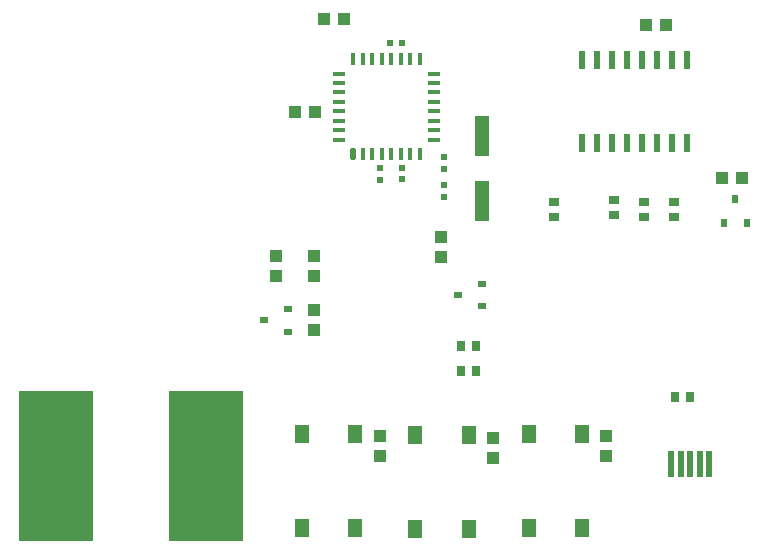
<source format=gtp>
%FSLAX25Y25*%
%MOIN*%
G70*
G01*
G75*
G04 Layer_Color=8421504*
%ADD10R,0.04724X0.13780*%
G04:AMPARAMS|DCode=11|XSize=17.72mil|YSize=39.37mil|CornerRadius=4.43mil|HoleSize=0mil|Usage=FLASHONLY|Rotation=180.000|XOffset=0mil|YOffset=0mil|HoleType=Round|Shape=RoundedRectangle|*
%AMROUNDEDRECTD11*
21,1,0.01772,0.03051,0,0,180.0*
21,1,0.00886,0.03937,0,0,180.0*
1,1,0.00886,-0.00443,0.01526*
1,1,0.00886,0.00443,0.01526*
1,1,0.00886,0.00443,-0.01526*
1,1,0.00886,-0.00443,-0.01526*
%
%ADD11ROUNDEDRECTD11*%
%ADD12R,0.01772X0.03937*%
%ADD13R,0.03937X0.01772*%
%ADD14R,0.01969X0.09055*%
%ADD15R,0.05118X0.06102*%
%ADD16R,0.02756X0.02362*%
%ADD17R,0.02165X0.05906*%
%ADD18R,0.02362X0.02756*%
%ADD19R,0.03937X0.04331*%
%ADD20R,0.02362X0.01969*%
%ADD21R,0.02756X0.03543*%
%ADD22R,0.04331X0.03937*%
%ADD23R,0.03543X0.02756*%
%ADD24R,0.01969X0.02362*%
%ADD25R,0.25000X0.50000*%
%ADD26C,0.01000*%
%ADD27C,0.10000*%
%ADD28R,0.07874X0.09843*%
%ADD29C,0.07400*%
%ADD30C,0.05512*%
%ADD31R,0.05500X0.05500*%
%ADD32C,0.06000*%
%ADD33R,0.05118X0.05118*%
%ADD34R,0.05906X0.05906*%
%ADD35C,0.03500*%
%ADD36C,0.19500*%
%ADD37C,0.03543*%
%ADD38C,0.03000*%
%ADD39C,0.00500*%
D10*
X156500Y116173D02*
D03*
Y137827D02*
D03*
D11*
X113691Y131869D02*
D03*
D12*
X116841D02*
D03*
X119991D02*
D03*
X123140D02*
D03*
X126290D02*
D03*
X129439D02*
D03*
X132589D02*
D03*
X135739D02*
D03*
Y163561D02*
D03*
X132589D02*
D03*
X129439D02*
D03*
X126290D02*
D03*
X123140D02*
D03*
X119991D02*
D03*
X116841D02*
D03*
X113691D02*
D03*
D13*
X140561Y136691D02*
D03*
Y139841D02*
D03*
Y142991D02*
D03*
Y146140D02*
D03*
Y149290D02*
D03*
Y152439D02*
D03*
Y155589D02*
D03*
Y158739D02*
D03*
X108869D02*
D03*
Y155589D02*
D03*
Y152439D02*
D03*
Y149290D02*
D03*
Y146140D02*
D03*
Y142991D02*
D03*
Y139841D02*
D03*
Y136691D02*
D03*
D14*
X232299Y28472D02*
D03*
X229150D02*
D03*
X226000D02*
D03*
X222850D02*
D03*
X219701D02*
D03*
D15*
X172123Y38650D02*
D03*
Y7350D02*
D03*
X189840D02*
D03*
Y38650D02*
D03*
X96642D02*
D03*
Y7350D02*
D03*
X114358D02*
D03*
Y38650D02*
D03*
X134382Y38150D02*
D03*
Y6850D02*
D03*
X152099D02*
D03*
Y38150D02*
D03*
D16*
X156437Y81260D02*
D03*
Y88740D02*
D03*
X148563Y85000D02*
D03*
X91937Y72760D02*
D03*
Y80240D02*
D03*
X84063Y76500D02*
D03*
D17*
X225000Y135721D02*
D03*
X220000D02*
D03*
X215000D02*
D03*
X210000D02*
D03*
X205000D02*
D03*
X200000D02*
D03*
X195000D02*
D03*
X190000D02*
D03*
Y163279D02*
D03*
X195000D02*
D03*
X200000D02*
D03*
X205000D02*
D03*
X210000D02*
D03*
X215000D02*
D03*
X220000D02*
D03*
X225000D02*
D03*
D18*
X237260Y109063D02*
D03*
X244740D02*
D03*
X241000Y116937D02*
D03*
D19*
X100500Y97847D02*
D03*
Y91154D02*
D03*
X88000Y97847D02*
D03*
Y91154D02*
D03*
X143000Y97654D02*
D03*
Y104347D02*
D03*
X198000Y37854D02*
D03*
Y31161D02*
D03*
X122518Y37854D02*
D03*
Y31161D02*
D03*
X160259Y37354D02*
D03*
Y30661D02*
D03*
X100500Y73154D02*
D03*
Y79847D02*
D03*
D20*
X122600Y123331D02*
D03*
Y127269D02*
D03*
X129900Y123432D02*
D03*
Y127368D02*
D03*
X144000Y121468D02*
D03*
Y117532D02*
D03*
Y127032D02*
D03*
Y130968D02*
D03*
D21*
X154559Y68000D02*
D03*
X149441D02*
D03*
X154559Y59500D02*
D03*
X149441D02*
D03*
X220741Y50800D02*
D03*
X225859D02*
D03*
D22*
X94153Y146000D02*
D03*
X100847D02*
D03*
X211154Y175000D02*
D03*
X217846D02*
D03*
X236653Y124000D02*
D03*
X243347D02*
D03*
X110447Y177000D02*
D03*
X103753D02*
D03*
D23*
X210500Y110941D02*
D03*
Y116059D02*
D03*
X220500Y110941D02*
D03*
Y116059D02*
D03*
X200500Y111441D02*
D03*
Y116559D02*
D03*
X180500Y110941D02*
D03*
Y116059D02*
D03*
D24*
X126031Y168900D02*
D03*
X129969D02*
D03*
D25*
X14500Y28000D02*
D03*
X64500D02*
D03*
M02*

</source>
